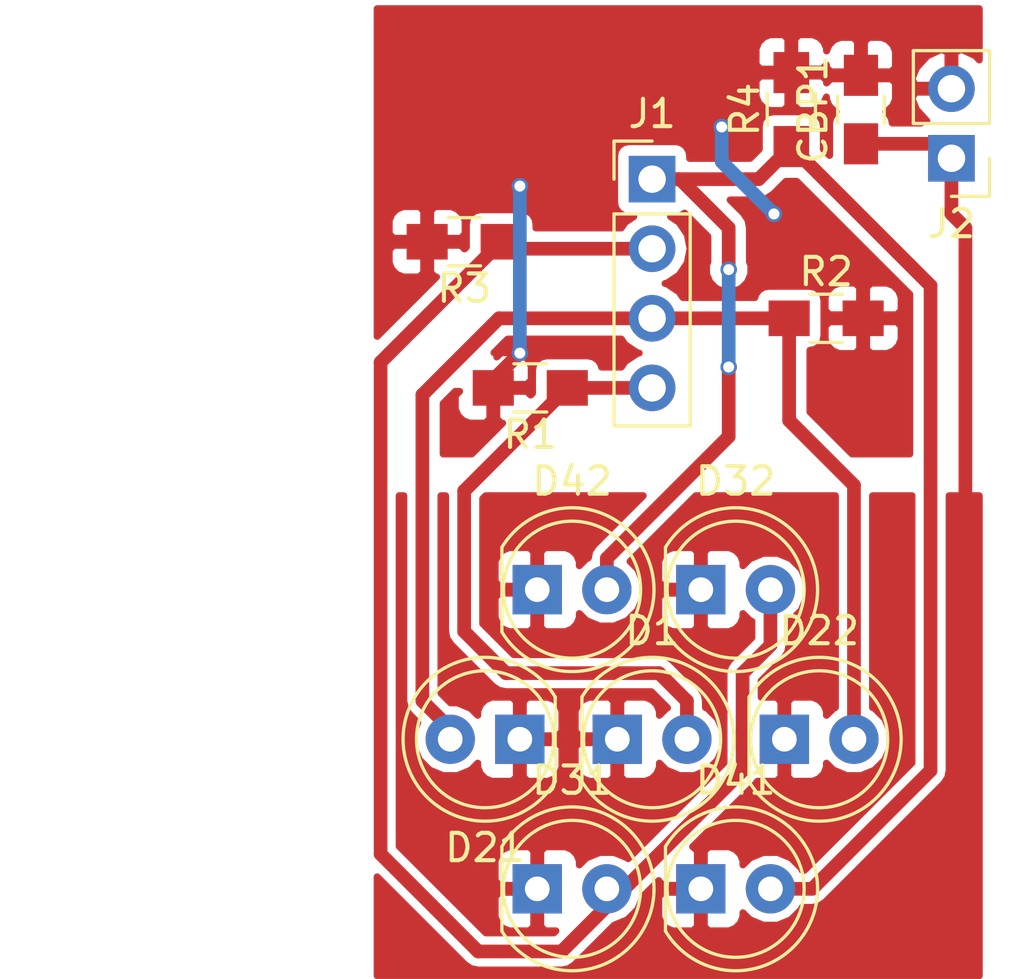
<source format=kicad_pcb>
(kicad_pcb (version 4) (host pcbnew 4.0.5)

  (general
    (links 24)
    (no_connects 0)
    (area 147.480952 96.103 185.219619 132.353001)
    (thickness 1.6)
    (drawings 0)
    (tracks 67)
    (zones 0)
    (modules 14)
    (nets 7)
  )

  (page A4 portrait)
  (title_block
    (date 2017-03-13)
    (rev 1)
  )

  (layers
    (0 F.Cu signal)
    (31 B.Cu signal)
    (32 B.Adhes user hide)
    (33 F.Adhes user hide)
    (34 B.Paste user hide)
    (35 F.Paste user hide)
    (36 B.SilkS user hide)
    (37 F.SilkS user hide)
    (38 B.Mask user hide)
    (39 F.Mask user hide)
    (40 Dwgs.User user hide)
    (41 Cmts.User user hide)
    (42 Eco1.User user hide)
    (43 Eco2.User user hide)
    (44 Edge.Cuts user hide)
    (45 Margin user hide)
    (46 B.CrtYd user hide)
    (47 F.CrtYd user hide)
    (48 B.Fab user)
    (49 F.Fab user)
  )

  (setup
    (last_trace_width 0.5)
    (trace_clearance 0.3)
    (zone_clearance 0.381)
    (zone_45_only no)
    (trace_min 0.4)
    (segment_width 0.2)
    (edge_width 0.15)
    (via_size 0.6)
    (via_drill 0.4)
    (via_min_size 0.4)
    (via_min_drill 0.3)
    (uvia_size 0.3)
    (uvia_drill 0.1)
    (uvias_allowed no)
    (uvia_min_size 0.2)
    (uvia_min_drill 0.1)
    (pcb_text_width 0.3)
    (pcb_text_size 1.5 1.5)
    (mod_edge_width 0.15)
    (mod_text_size 1 1)
    (mod_text_width 0.15)
    (pad_size 1.524 1.524)
    (pad_drill 0.762)
    (pad_to_mask_clearance 0.2)
    (aux_axis_origin 0 0)
    (visible_elements 7FFFFFFF)
    (pcbplotparams
      (layerselection 0x00030_80000001)
      (usegerberextensions false)
      (excludeedgelayer true)
      (linewidth 0.100000)
      (plotframeref false)
      (viasonmask false)
      (mode 1)
      (useauxorigin false)
      (hpglpennumber 1)
      (hpglpenspeed 20)
      (hpglpendiameter 15)
      (hpglpenoverlay 2)
      (psnegative false)
      (psa4output false)
      (plotreference true)
      (plotvalue true)
      (plotinvisibletext false)
      (padsonsilk false)
      (subtractmaskfromsilk false)
      (outputformat 1)
      (mirror false)
      (drillshape 1)
      (scaleselection 1)
      (outputdirectory ""))
  )

  (net 0 "")
  (net 1 +5V)
  (net 2 GND)
  (net 3 "Net-(D1-Pad2)")
  (net 4 "Net-(D21-Pad2)")
  (net 5 "Net-(D31-Pad2)")
  (net 6 "Net-(D41-Pad2)")

  (net_class Default "This is the default net class."
    (clearance 0.3)
    (trace_width 0.5)
    (via_dia 0.6)
    (via_drill 0.4)
    (uvia_dia 0.3)
    (uvia_drill 0.1)
    (add_net +5V)
    (add_net GND)
    (add_net "Net-(D1-Pad2)")
    (add_net "Net-(D21-Pad2)")
    (add_net "Net-(D31-Pad2)")
    (add_net "Net-(D41-Pad2)")
  )

  (module Capacitors_SMD:C_0805_HandSoldering (layer F.Cu) (tedit 58AA84A8) (tstamp 58B6FE3D)
    (at 179.07 100.33 90)
    (descr "Capacitor SMD 0805, hand soldering")
    (tags "capacitor 0805")
    (path /58B4539C)
    (attr smd)
    (fp_text reference CBP1 (at 0 -1.75 90) (layer F.SilkS)
      (effects (font (size 1 1) (thickness 0.15)))
    )
    (fp_text value C (at 0 1.75 90) (layer F.Fab)
      (effects (font (size 1 1) (thickness 0.15)))
    )
    (fp_text user %R (at 0 -1.75 90) (layer F.Fab)
      (effects (font (size 1 1) (thickness 0.15)))
    )
    (fp_line (start -1 0.62) (end -1 -0.62) (layer F.Fab) (width 0.1))
    (fp_line (start 1 0.62) (end -1 0.62) (layer F.Fab) (width 0.1))
    (fp_line (start 1 -0.62) (end 1 0.62) (layer F.Fab) (width 0.1))
    (fp_line (start -1 -0.62) (end 1 -0.62) (layer F.Fab) (width 0.1))
    (fp_line (start 0.5 -0.85) (end -0.5 -0.85) (layer F.SilkS) (width 0.12))
    (fp_line (start -0.5 0.85) (end 0.5 0.85) (layer F.SilkS) (width 0.12))
    (fp_line (start -2.25 -0.88) (end 2.25 -0.88) (layer F.CrtYd) (width 0.05))
    (fp_line (start -2.25 -0.88) (end -2.25 0.87) (layer F.CrtYd) (width 0.05))
    (fp_line (start 2.25 0.87) (end 2.25 -0.88) (layer F.CrtYd) (width 0.05))
    (fp_line (start 2.25 0.87) (end -2.25 0.87) (layer F.CrtYd) (width 0.05))
    (pad 1 smd rect (at -1.25 0 90) (size 1.5 1.25) (layers F.Cu F.Paste F.Mask)
      (net 1 +5V))
    (pad 2 smd rect (at 1.25 0 90) (size 1.5 1.25) (layers F.Cu F.Paste F.Mask)
      (net 2 GND))
    (model Capacitors_SMD.3dshapes/C_0805.wrl
      (at (xyz 0 0 0))
      (scale (xyz 1 1 1))
      (rotate (xyz 0 0 0))
    )
  )

  (module LEDs:LED_D5.0mm (layer F.Cu) (tedit 58BD887B) (tstamp 58B6FE43)
    (at 170.18 123.317)
    (descr "LED, diameter 5.0mm, 2 pins, http://cdn-reichelt.de/documents/datenblatt/A500/LL-504BC2E-009.pdf")
    (tags "LED diameter 5.0mm 2 pins")
    (path /58B445B6)
    (fp_text reference D1 (at 1.27 -3.96) (layer F.SilkS)
      (effects (font (size 1 1) (thickness 0.15)))
    )
    (fp_text value D_Photo_ALT (at -17.78 -4.953) (layer F.Fab)
      (effects (font (size 1 1) (thickness 0.15)))
    )
    (fp_arc (start 1.27 0) (end -1.23 -1.469694) (angle 299.1) (layer F.Fab) (width 0.1))
    (fp_arc (start 1.27 0) (end -1.29 -1.54483) (angle 148.9) (layer F.SilkS) (width 0.12))
    (fp_arc (start 1.27 0) (end -1.29 1.54483) (angle -148.9) (layer F.SilkS) (width 0.12))
    (fp_circle (center 1.27 0) (end 3.77 0) (layer F.Fab) (width 0.1))
    (fp_circle (center 1.27 0) (end 3.77 0) (layer F.SilkS) (width 0.12))
    (fp_line (start -1.23 -1.469694) (end -1.23 1.469694) (layer F.Fab) (width 0.1))
    (fp_line (start -1.29 -1.545) (end -1.29 1.545) (layer F.SilkS) (width 0.12))
    (fp_line (start -1.95 -3.25) (end -1.95 3.25) (layer F.CrtYd) (width 0.05))
    (fp_line (start -1.95 3.25) (end 4.5 3.25) (layer F.CrtYd) (width 0.05))
    (fp_line (start 4.5 3.25) (end 4.5 -3.25) (layer F.CrtYd) (width 0.05))
    (fp_line (start 4.5 -3.25) (end -1.95 -3.25) (layer F.CrtYd) (width 0.05))
    (pad 1 thru_hole rect (at 0 0) (size 1.8 1.8) (drill 0.9) (layers *.Cu *.Mask)
      (net 1 +5V))
    (pad 2 thru_hole circle (at 2.54 0) (size 1.8 1.8) (drill 0.9) (layers *.Cu *.Mask)
      (net 3 "Net-(D1-Pad2)"))
    (model LEDs.3dshapes/LED_D5.0mm.wrl
      (at (xyz 0 0 0))
      (scale (xyz 0.393701 0.393701 0.393701))
      (rotate (xyz 0 0 0))
    )
  )

  (module LEDs:LED_D5.0mm (layer F.Cu) (tedit 58BD886E) (tstamp 58B6FE49)
    (at 166.624 123.317 180)
    (descr "LED, diameter 5.0mm, 2 pins, http://cdn-reichelt.de/documents/datenblatt/A500/LL-504BC2E-009.pdf")
    (tags "LED diameter 5.0mm 2 pins")
    (path /58B42C16)
    (fp_text reference D21 (at 1.27 -3.96 180) (layer F.SilkS)
      (effects (font (size 1 1) (thickness 0.15)))
    )
    (fp_text value D_Photo_ALT (at 14.224 10.541 180) (layer F.Fab)
      (effects (font (size 1 1) (thickness 0.15)))
    )
    (fp_arc (start 1.27 0) (end -1.23 -1.469694) (angle 299.1) (layer F.Fab) (width 0.1))
    (fp_arc (start 1.27 0) (end -1.29 -1.54483) (angle 148.9) (layer F.SilkS) (width 0.12))
    (fp_arc (start 1.27 0) (end -1.29 1.54483) (angle -148.9) (layer F.SilkS) (width 0.12))
    (fp_circle (center 1.27 0) (end 3.77 0) (layer F.Fab) (width 0.1))
    (fp_circle (center 1.27 0) (end 3.77 0) (layer F.SilkS) (width 0.12))
    (fp_line (start -1.23 -1.469694) (end -1.23 1.469694) (layer F.Fab) (width 0.1))
    (fp_line (start -1.29 -1.545) (end -1.29 1.545) (layer F.SilkS) (width 0.12))
    (fp_line (start -1.95 -3.25) (end -1.95 3.25) (layer F.CrtYd) (width 0.05))
    (fp_line (start -1.95 3.25) (end 4.5 3.25) (layer F.CrtYd) (width 0.05))
    (fp_line (start 4.5 3.25) (end 4.5 -3.25) (layer F.CrtYd) (width 0.05))
    (fp_line (start 4.5 -3.25) (end -1.95 -3.25) (layer F.CrtYd) (width 0.05))
    (pad 1 thru_hole rect (at 0 0 180) (size 1.8 1.8) (drill 0.9) (layers *.Cu *.Mask)
      (net 1 +5V))
    (pad 2 thru_hole circle (at 2.54 0 180) (size 1.8 1.8) (drill 0.9) (layers *.Cu *.Mask)
      (net 4 "Net-(D21-Pad2)"))
    (model LEDs.3dshapes/LED_D5.0mm.wrl
      (at (xyz 0 0 0))
      (scale (xyz 0.393701 0.393701 0.393701))
      (rotate (xyz 0 0 0))
    )
  )

  (module LEDs:LED_D5.0mm (layer F.Cu) (tedit 58BD887F) (tstamp 58B6FE4F)
    (at 176.276 123.317)
    (descr "LED, diameter 5.0mm, 2 pins, http://cdn-reichelt.de/documents/datenblatt/A500/LL-504BC2E-009.pdf")
    (tags "LED diameter 5.0mm 2 pins")
    (path /58B42DF8)
    (fp_text reference D22 (at 1.27 -3.96) (layer F.SilkS)
      (effects (font (size 1 1) (thickness 0.15)))
    )
    (fp_text value D_Photo_ALT (at -23.876 -2.921) (layer F.Fab)
      (effects (font (size 1 1) (thickness 0.15)))
    )
    (fp_arc (start 1.27 0) (end -1.23 -1.469694) (angle 299.1) (layer F.Fab) (width 0.1))
    (fp_arc (start 1.27 0) (end -1.29 -1.54483) (angle 148.9) (layer F.SilkS) (width 0.12))
    (fp_arc (start 1.27 0) (end -1.29 1.54483) (angle -148.9) (layer F.SilkS) (width 0.12))
    (fp_circle (center 1.27 0) (end 3.77 0) (layer F.Fab) (width 0.1))
    (fp_circle (center 1.27 0) (end 3.77 0) (layer F.SilkS) (width 0.12))
    (fp_line (start -1.23 -1.469694) (end -1.23 1.469694) (layer F.Fab) (width 0.1))
    (fp_line (start -1.29 -1.545) (end -1.29 1.545) (layer F.SilkS) (width 0.12))
    (fp_line (start -1.95 -3.25) (end -1.95 3.25) (layer F.CrtYd) (width 0.05))
    (fp_line (start -1.95 3.25) (end 4.5 3.25) (layer F.CrtYd) (width 0.05))
    (fp_line (start 4.5 3.25) (end 4.5 -3.25) (layer F.CrtYd) (width 0.05))
    (fp_line (start 4.5 -3.25) (end -1.95 -3.25) (layer F.CrtYd) (width 0.05))
    (pad 1 thru_hole rect (at 0 0) (size 1.8 1.8) (drill 0.9) (layers *.Cu *.Mask)
      (net 1 +5V))
    (pad 2 thru_hole circle (at 2.54 0) (size 1.8 1.8) (drill 0.9) (layers *.Cu *.Mask)
      (net 4 "Net-(D21-Pad2)"))
    (model LEDs.3dshapes/LED_D5.0mm.wrl
      (at (xyz 0 0 0))
      (scale (xyz 0.393701 0.393701 0.393701))
      (rotate (xyz 0 0 0))
    )
  )

  (module LEDs:LED_D5.0mm (layer F.Cu) (tedit 58BD8884) (tstamp 58B6FE55)
    (at 167.259 128.778)
    (descr "LED, diameter 5.0mm, 2 pins, http://cdn-reichelt.de/documents/datenblatt/A500/LL-504BC2E-009.pdf")
    (tags "LED diameter 5.0mm 2 pins")
    (path /58B44237)
    (fp_text reference D31 (at 1.27 -3.96) (layer F.SilkS)
      (effects (font (size 1 1) (thickness 0.15)))
    )
    (fp_text value D_Photo_ALT (at -14.859 -6.858) (layer F.Fab)
      (effects (font (size 1 1) (thickness 0.15)))
    )
    (fp_arc (start 1.27 0) (end -1.23 -1.469694) (angle 299.1) (layer F.Fab) (width 0.1))
    (fp_arc (start 1.27 0) (end -1.29 -1.54483) (angle 148.9) (layer F.SilkS) (width 0.12))
    (fp_arc (start 1.27 0) (end -1.29 1.54483) (angle -148.9) (layer F.SilkS) (width 0.12))
    (fp_circle (center 1.27 0) (end 3.77 0) (layer F.Fab) (width 0.1))
    (fp_circle (center 1.27 0) (end 3.77 0) (layer F.SilkS) (width 0.12))
    (fp_line (start -1.23 -1.469694) (end -1.23 1.469694) (layer F.Fab) (width 0.1))
    (fp_line (start -1.29 -1.545) (end -1.29 1.545) (layer F.SilkS) (width 0.12))
    (fp_line (start -1.95 -3.25) (end -1.95 3.25) (layer F.CrtYd) (width 0.05))
    (fp_line (start -1.95 3.25) (end 4.5 3.25) (layer F.CrtYd) (width 0.05))
    (fp_line (start 4.5 3.25) (end 4.5 -3.25) (layer F.CrtYd) (width 0.05))
    (fp_line (start 4.5 -3.25) (end -1.95 -3.25) (layer F.CrtYd) (width 0.05))
    (pad 1 thru_hole rect (at 0 0) (size 1.8 1.8) (drill 0.9) (layers *.Cu *.Mask)
      (net 1 +5V))
    (pad 2 thru_hole circle (at 2.54 0) (size 1.8 1.8) (drill 0.9) (layers *.Cu *.Mask)
      (net 5 "Net-(D31-Pad2)"))
    (model LEDs.3dshapes/LED_D5.0mm.wrl
      (at (xyz 0 0 0))
      (scale (xyz 0.393701 0.393701 0.393701))
      (rotate (xyz 0 0 0))
    )
  )

  (module LEDs:LED_D5.0mm (layer F.Cu) (tedit 58BD8877) (tstamp 58B6FE5B)
    (at 173.228 117.856)
    (descr "LED, diameter 5.0mm, 2 pins, http://cdn-reichelt.de/documents/datenblatt/A500/LL-504BC2E-009.pdf")
    (tags "LED diameter 5.0mm 2 pins")
    (path /58B4423E)
    (fp_text reference D32 (at 1.27 -3.96) (layer F.SilkS)
      (effects (font (size 1 1) (thickness 0.15)))
    )
    (fp_text value D_Photo_ALT (at -20.828 -1.524) (layer F.Fab)
      (effects (font (size 1 1) (thickness 0.15)))
    )
    (fp_arc (start 1.27 0) (end -1.23 -1.469694) (angle 299.1) (layer F.Fab) (width 0.1))
    (fp_arc (start 1.27 0) (end -1.29 -1.54483) (angle 148.9) (layer F.SilkS) (width 0.12))
    (fp_arc (start 1.27 0) (end -1.29 1.54483) (angle -148.9) (layer F.SilkS) (width 0.12))
    (fp_circle (center 1.27 0) (end 3.77 0) (layer F.Fab) (width 0.1))
    (fp_circle (center 1.27 0) (end 3.77 0) (layer F.SilkS) (width 0.12))
    (fp_line (start -1.23 -1.469694) (end -1.23 1.469694) (layer F.Fab) (width 0.1))
    (fp_line (start -1.29 -1.545) (end -1.29 1.545) (layer F.SilkS) (width 0.12))
    (fp_line (start -1.95 -3.25) (end -1.95 3.25) (layer F.CrtYd) (width 0.05))
    (fp_line (start -1.95 3.25) (end 4.5 3.25) (layer F.CrtYd) (width 0.05))
    (fp_line (start 4.5 3.25) (end 4.5 -3.25) (layer F.CrtYd) (width 0.05))
    (fp_line (start 4.5 -3.25) (end -1.95 -3.25) (layer F.CrtYd) (width 0.05))
    (pad 1 thru_hole rect (at 0 0) (size 1.8 1.8) (drill 0.9) (layers *.Cu *.Mask)
      (net 1 +5V))
    (pad 2 thru_hole circle (at 2.54 0) (size 1.8 1.8) (drill 0.9) (layers *.Cu *.Mask)
      (net 5 "Net-(D31-Pad2)"))
    (model LEDs.3dshapes/LED_D5.0mm.wrl
      (at (xyz 0 0 0))
      (scale (xyz 0.393701 0.393701 0.393701))
      (rotate (xyz 0 0 0))
    )
  )

  (module LEDs:LED_D5.0mm (layer F.Cu) (tedit 58BD8887) (tstamp 58B6FE61)
    (at 173.228 128.778)
    (descr "LED, diameter 5.0mm, 2 pins, http://cdn-reichelt.de/documents/datenblatt/A500/LL-504BC2E-009.pdf")
    (tags "LED diameter 5.0mm 2 pins")
    (path /58B44354)
    (fp_text reference D41 (at 1.27 -3.96) (layer F.SilkS)
      (effects (font (size 1 1) (thickness 0.15)))
    )
    (fp_text value D_Photo_ALT (at -20.828 -5.334) (layer F.Fab)
      (effects (font (size 1 1) (thickness 0.15)))
    )
    (fp_arc (start 1.27 0) (end -1.23 -1.469694) (angle 299.1) (layer F.Fab) (width 0.1))
    (fp_arc (start 1.27 0) (end -1.29 -1.54483) (angle 148.9) (layer F.SilkS) (width 0.12))
    (fp_arc (start 1.27 0) (end -1.29 1.54483) (angle -148.9) (layer F.SilkS) (width 0.12))
    (fp_circle (center 1.27 0) (end 3.77 0) (layer F.Fab) (width 0.1))
    (fp_circle (center 1.27 0) (end 3.77 0) (layer F.SilkS) (width 0.12))
    (fp_line (start -1.23 -1.469694) (end -1.23 1.469694) (layer F.Fab) (width 0.1))
    (fp_line (start -1.29 -1.545) (end -1.29 1.545) (layer F.SilkS) (width 0.12))
    (fp_line (start -1.95 -3.25) (end -1.95 3.25) (layer F.CrtYd) (width 0.05))
    (fp_line (start -1.95 3.25) (end 4.5 3.25) (layer F.CrtYd) (width 0.05))
    (fp_line (start 4.5 3.25) (end 4.5 -3.25) (layer F.CrtYd) (width 0.05))
    (fp_line (start 4.5 -3.25) (end -1.95 -3.25) (layer F.CrtYd) (width 0.05))
    (pad 1 thru_hole rect (at 0 0) (size 1.8 1.8) (drill 0.9) (layers *.Cu *.Mask)
      (net 1 +5V))
    (pad 2 thru_hole circle (at 2.54 0) (size 1.8 1.8) (drill 0.9) (layers *.Cu *.Mask)
      (net 6 "Net-(D41-Pad2)"))
    (model LEDs.3dshapes/LED_D5.0mm.wrl
      (at (xyz 0 0 0))
      (scale (xyz 0.393701 0.393701 0.393701))
      (rotate (xyz 0 0 0))
    )
  )

  (module LEDs:LED_D5.0mm (layer F.Cu) (tedit 58BD8873) (tstamp 58B6FE67)
    (at 167.259 117.856)
    (descr "LED, diameter 5.0mm, 2 pins, http://cdn-reichelt.de/documents/datenblatt/A500/LL-504BC2E-009.pdf")
    (tags "LED diameter 5.0mm 2 pins")
    (path /58B4435B)
    (fp_text reference D42 (at 1.27 -3.96) (layer F.SilkS)
      (effects (font (size 1 1) (thickness 0.15)))
    )
    (fp_text value D_Photo_ALT (at -14.859 -3.048) (layer F.Fab)
      (effects (font (size 1 1) (thickness 0.15)))
    )
    (fp_arc (start 1.27 0) (end -1.23 -1.469694) (angle 299.1) (layer F.Fab) (width 0.1))
    (fp_arc (start 1.27 0) (end -1.29 -1.54483) (angle 148.9) (layer F.SilkS) (width 0.12))
    (fp_arc (start 1.27 0) (end -1.29 1.54483) (angle -148.9) (layer F.SilkS) (width 0.12))
    (fp_circle (center 1.27 0) (end 3.77 0) (layer F.Fab) (width 0.1))
    (fp_circle (center 1.27 0) (end 3.77 0) (layer F.SilkS) (width 0.12))
    (fp_line (start -1.23 -1.469694) (end -1.23 1.469694) (layer F.Fab) (width 0.1))
    (fp_line (start -1.29 -1.545) (end -1.29 1.545) (layer F.SilkS) (width 0.12))
    (fp_line (start -1.95 -3.25) (end -1.95 3.25) (layer F.CrtYd) (width 0.05))
    (fp_line (start -1.95 3.25) (end 4.5 3.25) (layer F.CrtYd) (width 0.05))
    (fp_line (start 4.5 3.25) (end 4.5 -3.25) (layer F.CrtYd) (width 0.05))
    (fp_line (start 4.5 -3.25) (end -1.95 -3.25) (layer F.CrtYd) (width 0.05))
    (pad 1 thru_hole rect (at 0 0) (size 1.8 1.8) (drill 0.9) (layers *.Cu *.Mask)
      (net 1 +5V))
    (pad 2 thru_hole circle (at 2.54 0) (size 1.8 1.8) (drill 0.9) (layers *.Cu *.Mask)
      (net 6 "Net-(D41-Pad2)"))
    (model LEDs.3dshapes/LED_D5.0mm.wrl
      (at (xyz 0 0 0))
      (scale (xyz 0.393701 0.393701 0.393701))
      (rotate (xyz 0 0 0))
    )
  )

  (module Pin_Headers:Pin_Header_Straight_1x04_Pitch2.54mm (layer F.Cu) (tedit 5862ED52) (tstamp 58B6FE6F)
    (at 171.45 102.87)
    (descr "Through hole straight pin header, 1x04, 2.54mm pitch, single row")
    (tags "Through hole pin header THT 1x04 2.54mm single row")
    (path /58B43E96)
    (fp_text reference J1 (at 0 -2.39) (layer F.SilkS)
      (effects (font (size 1 1) (thickness 0.15)))
    )
    (fp_text value SIGNAL (at 0 10.01) (layer F.Fab)
      (effects (font (size 1 1) (thickness 0.15)))
    )
    (fp_line (start -1.27 -1.27) (end -1.27 8.89) (layer F.Fab) (width 0.1))
    (fp_line (start -1.27 8.89) (end 1.27 8.89) (layer F.Fab) (width 0.1))
    (fp_line (start 1.27 8.89) (end 1.27 -1.27) (layer F.Fab) (width 0.1))
    (fp_line (start 1.27 -1.27) (end -1.27 -1.27) (layer F.Fab) (width 0.1))
    (fp_line (start -1.39 1.27) (end -1.39 9.01) (layer F.SilkS) (width 0.12))
    (fp_line (start -1.39 9.01) (end 1.39 9.01) (layer F.SilkS) (width 0.12))
    (fp_line (start 1.39 9.01) (end 1.39 1.27) (layer F.SilkS) (width 0.12))
    (fp_line (start 1.39 1.27) (end -1.39 1.27) (layer F.SilkS) (width 0.12))
    (fp_line (start -1.39 0) (end -1.39 -1.39) (layer F.SilkS) (width 0.12))
    (fp_line (start -1.39 -1.39) (end 0 -1.39) (layer F.SilkS) (width 0.12))
    (fp_line (start -1.6 -1.6) (end -1.6 9.2) (layer F.CrtYd) (width 0.05))
    (fp_line (start -1.6 9.2) (end 1.6 9.2) (layer F.CrtYd) (width 0.05))
    (fp_line (start 1.6 9.2) (end 1.6 -1.6) (layer F.CrtYd) (width 0.05))
    (fp_line (start 1.6 -1.6) (end -1.6 -1.6) (layer F.CrtYd) (width 0.05))
    (pad 1 thru_hole rect (at 0 0) (size 1.7 1.7) (drill 1) (layers *.Cu *.Mask)
      (net 6 "Net-(D41-Pad2)"))
    (pad 2 thru_hole oval (at 0 2.54) (size 1.7 1.7) (drill 1) (layers *.Cu *.Mask)
      (net 5 "Net-(D31-Pad2)"))
    (pad 3 thru_hole oval (at 0 5.08) (size 1.7 1.7) (drill 1) (layers *.Cu *.Mask)
      (net 4 "Net-(D21-Pad2)"))
    (pad 4 thru_hole oval (at 0 7.62) (size 1.7 1.7) (drill 1) (layers *.Cu *.Mask)
      (net 3 "Net-(D1-Pad2)"))
    (model Pin_Headers.3dshapes/Pin_Header_Straight_1x04_Pitch2.54mm.wrl
      (at (xyz 0 -0.15 0))
      (scale (xyz 1 1 1))
      (rotate (xyz 0 0 90))
    )
  )

  (module Pin_Headers:Pin_Header_Straight_1x02_Pitch2.54mm (layer F.Cu) (tedit 5862ED52) (tstamp 58B6FE75)
    (at 182.372 102.108 180)
    (descr "Through hole straight pin header, 1x02, 2.54mm pitch, single row")
    (tags "Through hole pin header THT 1x02 2.54mm single row")
    (path /58B43E21)
    (fp_text reference J2 (at 0 -2.39 180) (layer F.SilkS)
      (effects (font (size 1 1) (thickness 0.15)))
    )
    (fp_text value POWER (at 0 4.93 180) (layer F.Fab)
      (effects (font (size 1 1) (thickness 0.15)))
    )
    (fp_line (start -1.27 -1.27) (end -1.27 3.81) (layer F.Fab) (width 0.1))
    (fp_line (start -1.27 3.81) (end 1.27 3.81) (layer F.Fab) (width 0.1))
    (fp_line (start 1.27 3.81) (end 1.27 -1.27) (layer F.Fab) (width 0.1))
    (fp_line (start 1.27 -1.27) (end -1.27 -1.27) (layer F.Fab) (width 0.1))
    (fp_line (start -1.39 1.27) (end -1.39 3.93) (layer F.SilkS) (width 0.12))
    (fp_line (start -1.39 3.93) (end 1.39 3.93) (layer F.SilkS) (width 0.12))
    (fp_line (start 1.39 3.93) (end 1.39 1.27) (layer F.SilkS) (width 0.12))
    (fp_line (start 1.39 1.27) (end -1.39 1.27) (layer F.SilkS) (width 0.12))
    (fp_line (start -1.39 0) (end -1.39 -1.39) (layer F.SilkS) (width 0.12))
    (fp_line (start -1.39 -1.39) (end 0 -1.39) (layer F.SilkS) (width 0.12))
    (fp_line (start -1.6 -1.6) (end -1.6 4.1) (layer F.CrtYd) (width 0.05))
    (fp_line (start -1.6 4.1) (end 1.6 4.1) (layer F.CrtYd) (width 0.05))
    (fp_line (start 1.6 4.1) (end 1.6 -1.6) (layer F.CrtYd) (width 0.05))
    (fp_line (start 1.6 -1.6) (end -1.6 -1.6) (layer F.CrtYd) (width 0.05))
    (pad 1 thru_hole rect (at 0 0 180) (size 1.7 1.7) (drill 1) (layers *.Cu *.Mask)
      (net 1 +5V))
    (pad 2 thru_hole oval (at 0 2.54 180) (size 1.7 1.7) (drill 1) (layers *.Cu *.Mask)
      (net 2 GND))
    (model Pin_Headers.3dshapes/Pin_Header_Straight_1x02_Pitch2.54mm.wrl
      (at (xyz 0 -0.05 0))
      (scale (xyz 1 1 1))
      (rotate (xyz 0 0 90))
    )
  )

  (module Resistors_SMD:R_0805_HandSoldering (layer F.Cu) (tedit 58AADA1D) (tstamp 58B6FE7B)
    (at 167.005 110.49 180)
    (descr "Resistor SMD 0805, hand soldering")
    (tags "resistor 0805")
    (path /58B445C8)
    (attr smd)
    (fp_text reference R1 (at 0 -1.7 180) (layer F.SilkS)
      (effects (font (size 1 1) (thickness 0.15)))
    )
    (fp_text value R (at 0 1.75 180) (layer F.Fab)
      (effects (font (size 1 1) (thickness 0.15)))
    )
    (fp_text user %R (at 0 -1.7 180) (layer F.Fab)
      (effects (font (size 1 1) (thickness 0.15)))
    )
    (fp_line (start -1 0.62) (end -1 -0.62) (layer F.Fab) (width 0.1))
    (fp_line (start 1 0.62) (end -1 0.62) (layer F.Fab) (width 0.1))
    (fp_line (start 1 -0.62) (end 1 0.62) (layer F.Fab) (width 0.1))
    (fp_line (start -1 -0.62) (end 1 -0.62) (layer F.Fab) (width 0.1))
    (fp_line (start 0.6 0.88) (end -0.6 0.88) (layer F.SilkS) (width 0.12))
    (fp_line (start -0.6 -0.88) (end 0.6 -0.88) (layer F.SilkS) (width 0.12))
    (fp_line (start -2.35 -0.9) (end 2.35 -0.9) (layer F.CrtYd) (width 0.05))
    (fp_line (start -2.35 -0.9) (end -2.35 0.9) (layer F.CrtYd) (width 0.05))
    (fp_line (start 2.35 0.9) (end 2.35 -0.9) (layer F.CrtYd) (width 0.05))
    (fp_line (start 2.35 0.9) (end -2.35 0.9) (layer F.CrtYd) (width 0.05))
    (pad 1 smd rect (at -1.35 0 180) (size 1.5 1.3) (layers F.Cu F.Paste F.Mask)
      (net 3 "Net-(D1-Pad2)"))
    (pad 2 smd rect (at 1.35 0 180) (size 1.5 1.3) (layers F.Cu F.Paste F.Mask)
      (net 2 GND))
    (model Resistors_SMD.3dshapes/R_0805.wrl
      (at (xyz 0 0 0))
      (scale (xyz 1 1 1))
      (rotate (xyz 0 0 0))
    )
  )

  (module Resistors_SMD:R_0805_HandSoldering (layer F.Cu) (tedit 58AADA1D) (tstamp 58B6FE81)
    (at 177.8 107.95)
    (descr "Resistor SMD 0805, hand soldering")
    (tags "resistor 0805")
    (path /58B43507)
    (attr smd)
    (fp_text reference R2 (at 0 -1.7) (layer F.SilkS)
      (effects (font (size 1 1) (thickness 0.15)))
    )
    (fp_text value R (at 0 1.75) (layer F.Fab)
      (effects (font (size 1 1) (thickness 0.15)))
    )
    (fp_text user %R (at 0 -1.7) (layer F.Fab)
      (effects (font (size 1 1) (thickness 0.15)))
    )
    (fp_line (start -1 0.62) (end -1 -0.62) (layer F.Fab) (width 0.1))
    (fp_line (start 1 0.62) (end -1 0.62) (layer F.Fab) (width 0.1))
    (fp_line (start 1 -0.62) (end 1 0.62) (layer F.Fab) (width 0.1))
    (fp_line (start -1 -0.62) (end 1 -0.62) (layer F.Fab) (width 0.1))
    (fp_line (start 0.6 0.88) (end -0.6 0.88) (layer F.SilkS) (width 0.12))
    (fp_line (start -0.6 -0.88) (end 0.6 -0.88) (layer F.SilkS) (width 0.12))
    (fp_line (start -2.35 -0.9) (end 2.35 -0.9) (layer F.CrtYd) (width 0.05))
    (fp_line (start -2.35 -0.9) (end -2.35 0.9) (layer F.CrtYd) (width 0.05))
    (fp_line (start 2.35 0.9) (end 2.35 -0.9) (layer F.CrtYd) (width 0.05))
    (fp_line (start 2.35 0.9) (end -2.35 0.9) (layer F.CrtYd) (width 0.05))
    (pad 1 smd rect (at -1.35 0) (size 1.5 1.3) (layers F.Cu F.Paste F.Mask)
      (net 4 "Net-(D21-Pad2)"))
    (pad 2 smd rect (at 1.35 0) (size 1.5 1.3) (layers F.Cu F.Paste F.Mask)
      (net 2 GND))
    (model Resistors_SMD.3dshapes/R_0805.wrl
      (at (xyz 0 0 0))
      (scale (xyz 1 1 1))
      (rotate (xyz 0 0 0))
    )
  )

  (module Resistors_SMD:R_0805_HandSoldering (layer F.Cu) (tedit 58AADA1D) (tstamp 58B6FE87)
    (at 164.592 105.156 180)
    (descr "Resistor SMD 0805, hand soldering")
    (tags "resistor 0805")
    (path /58B44249)
    (attr smd)
    (fp_text reference R3 (at 0 -1.7 180) (layer F.SilkS)
      (effects (font (size 1 1) (thickness 0.15)))
    )
    (fp_text value R (at 0 1.75 180) (layer F.Fab)
      (effects (font (size 1 1) (thickness 0.15)))
    )
    (fp_text user %R (at 0 -1.7 180) (layer F.Fab)
      (effects (font (size 1 1) (thickness 0.15)))
    )
    (fp_line (start -1 0.62) (end -1 -0.62) (layer F.Fab) (width 0.1))
    (fp_line (start 1 0.62) (end -1 0.62) (layer F.Fab) (width 0.1))
    (fp_line (start 1 -0.62) (end 1 0.62) (layer F.Fab) (width 0.1))
    (fp_line (start -1 -0.62) (end 1 -0.62) (layer F.Fab) (width 0.1))
    (fp_line (start 0.6 0.88) (end -0.6 0.88) (layer F.SilkS) (width 0.12))
    (fp_line (start -0.6 -0.88) (end 0.6 -0.88) (layer F.SilkS) (width 0.12))
    (fp_line (start -2.35 -0.9) (end 2.35 -0.9) (layer F.CrtYd) (width 0.05))
    (fp_line (start -2.35 -0.9) (end -2.35 0.9) (layer F.CrtYd) (width 0.05))
    (fp_line (start 2.35 0.9) (end 2.35 -0.9) (layer F.CrtYd) (width 0.05))
    (fp_line (start 2.35 0.9) (end -2.35 0.9) (layer F.CrtYd) (width 0.05))
    (pad 1 smd rect (at -1.35 0 180) (size 1.5 1.3) (layers F.Cu F.Paste F.Mask)
      (net 5 "Net-(D31-Pad2)"))
    (pad 2 smd rect (at 1.35 0 180) (size 1.5 1.3) (layers F.Cu F.Paste F.Mask)
      (net 2 GND))
    (model Resistors_SMD.3dshapes/R_0805.wrl
      (at (xyz 0 0 0))
      (scale (xyz 1 1 1))
      (rotate (xyz 0 0 0))
    )
  )

  (module Resistors_SMD:R_0805_HandSoldering (layer F.Cu) (tedit 58AADA1D) (tstamp 58B6FE8D)
    (at 176.53 100.33 90)
    (descr "Resistor SMD 0805, hand soldering")
    (tags "resistor 0805")
    (path /58B44366)
    (attr smd)
    (fp_text reference R4 (at 0 -1.7 90) (layer F.SilkS)
      (effects (font (size 1 1) (thickness 0.15)))
    )
    (fp_text value R (at 0 1.75 90) (layer F.Fab)
      (effects (font (size 1 1) (thickness 0.15)))
    )
    (fp_text user %R (at 0 -1.7 90) (layer F.Fab)
      (effects (font (size 1 1) (thickness 0.15)))
    )
    (fp_line (start -1 0.62) (end -1 -0.62) (layer F.Fab) (width 0.1))
    (fp_line (start 1 0.62) (end -1 0.62) (layer F.Fab) (width 0.1))
    (fp_line (start 1 -0.62) (end 1 0.62) (layer F.Fab) (width 0.1))
    (fp_line (start -1 -0.62) (end 1 -0.62) (layer F.Fab) (width 0.1))
    (fp_line (start 0.6 0.88) (end -0.6 0.88) (layer F.SilkS) (width 0.12))
    (fp_line (start -0.6 -0.88) (end 0.6 -0.88) (layer F.SilkS) (width 0.12))
    (fp_line (start -2.35 -0.9) (end 2.35 -0.9) (layer F.CrtYd) (width 0.05))
    (fp_line (start -2.35 -0.9) (end -2.35 0.9) (layer F.CrtYd) (width 0.05))
    (fp_line (start 2.35 0.9) (end 2.35 -0.9) (layer F.CrtYd) (width 0.05))
    (fp_line (start 2.35 0.9) (end -2.35 0.9) (layer F.CrtYd) (width 0.05))
    (pad 1 smd rect (at -1.35 0 90) (size 1.5 1.3) (layers F.Cu F.Paste F.Mask)
      (net 6 "Net-(D41-Pad2)"))
    (pad 2 smd rect (at 1.35 0 90) (size 1.5 1.3) (layers F.Cu F.Paste F.Mask)
      (net 2 GND))
    (model Resistors_SMD.3dshapes/R_0805.wrl
      (at (xyz 0 0 0))
      (scale (xyz 1 1 1))
      (rotate (xyz 0 0 0))
    )
  )

  (segment (start 179.07 101.58) (end 181.844 101.58) (width 0.5) (layer F.Cu) (net 1))
  (segment (start 181.844 101.58) (end 182.372 102.108) (width 0.5) (layer F.Cu) (net 1) (tstamp 58C690BC))
  (segment (start 182.372 102.108) (end 182.372 104.14) (width 0.5) (layer F.Cu) (net 1))
  (segment (start 182.88 104.648) (end 182.88 115.316) (width 0.5) (layer F.Cu) (net 1) (tstamp 58BD8924))
  (segment (start 182.372 104.14) (end 182.88 104.648) (width 0.5) (layer F.Cu) (net 1) (tstamp 58BD8923))
  (segment (start 179.15 107.95) (end 179.15 106.76) (width 0.5) (layer F.Cu) (net 2))
  (segment (start 173.99 100.965) (end 173.99 100.33) (width 0.5) (layer F.Cu) (net 2) (tstamp 58C68FF8))
  (via (at 173.99 100.965) (size 0.6) (drill 0.4) (layers F.Cu B.Cu) (net 2))
  (segment (start 173.99 102.235) (end 173.99 100.965) (width 0.5) (layer B.Cu) (net 2) (tstamp 58C68FF2))
  (segment (start 175.895 104.14) (end 173.99 102.235) (width 0.5) (layer B.Cu) (net 2) (tstamp 58C68FF1))
  (via (at 175.895 104.14) (size 0.6) (drill 0.4) (layers F.Cu B.Cu) (net 2))
  (segment (start 176.53 104.14) (end 175.895 104.14) (width 0.5) (layer F.Cu) (net 2) (tstamp 58C68FE3))
  (segment (start 179.15 106.76) (end 176.53 104.14) (width 0.5) (layer F.Cu) (net 2) (tstamp 58C68FE0))
  (segment (start 165.655 110.49) (end 165.655 110.189) (width 0.5) (layer F.Cu) (net 2))
  (segment (start 165.655 110.189) (end 166.624 109.22) (width 0.5) (layer F.Cu) (net 2) (tstamp 58C6892C))
  (via (at 166.624 109.22) (size 0.6) (drill 0.4) (layers F.Cu B.Cu) (net 2))
  (segment (start 166.624 109.22) (end 166.624 103.124) (width 0.5) (layer B.Cu) (net 2) (tstamp 58C68941))
  (via (at 166.624 103.124) (size 0.6) (drill 0.4) (layers F.Cu B.Cu) (net 2))
  (segment (start 166.624 103.124) (end 163.068 103.124) (width 0.5) (layer F.Cu) (net 2) (tstamp 58C68944))
  (segment (start 163.068 103.124) (end 163.576 102.616) (width 0.5) (layer F.Cu) (net 2) (tstamp 58C68945))
  (segment (start 172.72 123.317) (end 172.72 121.92) (width 0.5) (layer F.Cu) (net 3))
  (segment (start 164.592 114.253) (end 168.355 110.49) (width 0.5) (layer F.Cu) (net 3) (tstamp 58C68A31))
  (segment (start 164.592 119.38) (end 164.592 114.253) (width 0.5) (layer F.Cu) (net 3) (tstamp 58C68A2F))
  (segment (start 166.116 120.904) (end 164.592 119.38) (width 0.5) (layer F.Cu) (net 3) (tstamp 58C68A2E))
  (segment (start 171.704 120.904) (end 166.116 120.904) (width 0.5) (layer F.Cu) (net 3) (tstamp 58C68A2C))
  (segment (start 172.72 121.92) (end 171.704 120.904) (width 0.5) (layer F.Cu) (net 3) (tstamp 58C68A29))
  (segment (start 168.355 110.49) (end 171.45 110.49) (width 0.5) (layer F.Cu) (net 3))
  (segment (start 172.72 123.317) (end 172.72 123.19) (width 0.5) (layer F.Cu) (net 3))
  (segment (start 164.084 123.317) (end 164.084 122.936) (width 0.5) (layer F.Cu) (net 4))
  (segment (start 164.084 122.936) (end 163.068 121.92) (width 0.5) (layer F.Cu) (net 4) (tstamp 58BD88EE))
  (segment (start 163.068 121.92) (end 163.068 110.744) (width 0.5) (layer F.Cu) (net 4) (tstamp 58BD88EF))
  (segment (start 163.068 110.744) (end 165.862 107.95) (width 0.5) (layer F.Cu) (net 4) (tstamp 58BD88F0))
  (segment (start 165.862 107.95) (end 171.45 107.95) (width 0.5) (layer F.Cu) (net 4) (tstamp 58BD88F2))
  (segment (start 176.45 107.95) (end 171.45 107.95) (width 0.5) (layer F.Cu) (net 4))
  (segment (start 176.45 107.95) (end 176.45 111.68) (width 0.5) (layer F.Cu) (net 4))
  (segment (start 178.816 114.046) (end 178.816 123.317) (width 0.5) (layer F.Cu) (net 4) (tstamp 58BD79F5))
  (segment (start 176.45 111.68) (end 178.816 114.046) (width 0.5) (layer F.Cu) (net 4) (tstamp 58BD79F2))
  (segment (start 178.816 123.317) (end 178.943 123.317) (width 0.5) (layer F.Cu) (net 4))
  (segment (start 169.799 128.778) (end 170.434 128.778) (width 0.5) (layer F.Cu) (net 5))
  (segment (start 170.434 128.778) (end 174.752 124.46) (width 0.5) (layer F.Cu) (net 5) (tstamp 58C68B4E))
  (segment (start 175.768 119.888) (end 175.768 117.856) (width 0.5) (layer F.Cu) (net 5) (tstamp 58C68B5B))
  (segment (start 174.752 120.904) (end 175.768 119.888) (width 0.5) (layer F.Cu) (net 5) (tstamp 58C68B5A))
  (segment (start 174.752 124.46) (end 174.752 120.904) (width 0.5) (layer F.Cu) (net 5) (tstamp 58C68B54))
  (segment (start 169.799 128.778) (end 169.799 129.413) (width 0.5) (layer F.Cu) (net 5))
  (segment (start 169.799 129.413) (end 168.148 131.064) (width 0.5) (layer F.Cu) (net 5) (tstamp 58C68B11))
  (segment (start 161.544 109.554) (end 165.942 105.156) (width 0.5) (layer F.Cu) (net 5) (tstamp 58C68B1D))
  (segment (start 161.544 127.508) (end 161.544 109.554) (width 0.5) (layer F.Cu) (net 5) (tstamp 58C68B17))
  (segment (start 165.1 131.064) (end 161.544 127.508) (width 0.5) (layer F.Cu) (net 5) (tstamp 58C68B15))
  (segment (start 168.148 131.064) (end 165.1 131.064) (width 0.5) (layer F.Cu) (net 5) (tstamp 58C68B14))
  (segment (start 171.45 105.41) (end 166.196 105.41) (width 0.5) (layer F.Cu) (net 5))
  (segment (start 166.196 105.41) (end 165.942 105.156) (width 0.5) (layer F.Cu) (net 5) (tstamp 58BD86B5))
  (segment (start 170.307 128.778) (end 169.799 128.778) (width 0.5) (layer F.Cu) (net 5) (tstamp 58BD7A6D))
  (segment (start 171.45 102.87) (end 175.34 102.87) (width 0.5) (layer F.Cu) (net 6))
  (segment (start 175.34 102.87) (end 176.53 101.68) (width 0.5) (layer F.Cu) (net 6) (tstamp 58C690B9))
  (segment (start 175.768 128.778) (end 177.292 128.778) (width 0.5) (layer F.Cu) (net 6))
  (segment (start 177.292 128.778) (end 181.61 124.46) (width 0.5) (layer F.Cu) (net 6) (tstamp 58C68FD4))
  (segment (start 181.61 124.46) (end 181.61 106.76) (width 0.5) (layer F.Cu) (net 6) (tstamp 58C68FD6))
  (segment (start 181.61 106.76) (end 176.53 101.68) (width 0.5) (layer F.Cu) (net 6) (tstamp 58C68FDA))
  (segment (start 169.799 117.856) (end 169.799 116.713) (width 0.5) (layer F.Cu) (net 6))
  (segment (start 172.466 102.87) (end 171.45 102.87) (width 0.5) (layer F.Cu) (net 6) (tstamp 58C688F7))
  (segment (start 174.244 104.648) (end 172.466 102.87) (width 0.5) (layer F.Cu) (net 6) (tstamp 58C688F3))
  (segment (start 174.244 106.172) (end 174.244 104.648) (width 0.5) (layer F.Cu) (net 6) (tstamp 58C688F2))
  (via (at 174.244 106.172) (size 0.6) (drill 0.4) (layers F.Cu B.Cu) (net 6))
  (segment (start 174.244 109.728) (end 174.244 106.172) (width 0.5) (layer B.Cu) (net 6) (tstamp 58C688ED))
  (via (at 174.244 109.728) (size 0.6) (drill 0.4) (layers F.Cu B.Cu) (net 6))
  (segment (start 174.244 112.268) (end 174.244 109.728) (width 0.5) (layer F.Cu) (net 6) (tstamp 58C688E4))
  (segment (start 169.799 116.713) (end 174.244 112.268) (width 0.5) (layer F.Cu) (net 6) (tstamp 58C688E0))

  (zone (net 1) (net_name +5V) (layer F.Cu) (tstamp 58BD83A4) (hatch edge 0.508)
    (connect_pads (clearance 0.254))
    (min_thickness 0.254)
    (fill yes (arc_segments 16) (thermal_gap 0.508) (thermal_bridge_width 0.508))
    (polygon
      (pts
        (xy 161.29 114.3) (xy 161.29 132.08) (xy 183.515 132.08) (xy 183.515 114.3)
      )
    )
    (filled_polygon
      (pts
        (xy 162.391 121.92) (xy 162.442534 122.179077) (xy 162.495937 122.259) (xy 162.589289 122.398711) (xy 162.899601 122.709023)
        (xy 162.757231 123.051885) (xy 162.756771 123.579798) (xy 162.958369 124.067703) (xy 163.331334 124.441319) (xy 163.818885 124.643769)
        (xy 164.346798 124.644229) (xy 164.834703 124.442631) (xy 165.089 124.188777) (xy 165.089 124.34331) (xy 165.185673 124.576699)
        (xy 165.364302 124.755327) (xy 165.597691 124.852) (xy 166.33825 124.852) (xy 166.497 124.69325) (xy 166.497 123.444)
        (xy 166.751 123.444) (xy 166.751 124.69325) (xy 166.90975 124.852) (xy 167.650309 124.852) (xy 167.883698 124.755327)
        (xy 168.062327 124.576699) (xy 168.159 124.34331) (xy 168.159 123.60275) (xy 168.645 123.60275) (xy 168.645 124.34331)
        (xy 168.741673 124.576699) (xy 168.920302 124.755327) (xy 169.153691 124.852) (xy 169.89425 124.852) (xy 170.053 124.69325)
        (xy 170.053 123.444) (xy 168.80375 123.444) (xy 168.645 123.60275) (xy 168.159 123.60275) (xy 168.00025 123.444)
        (xy 166.751 123.444) (xy 166.497 123.444) (xy 166.477 123.444) (xy 166.477 123.19) (xy 166.497 123.19)
        (xy 166.497 121.94075) (xy 166.751 121.94075) (xy 166.751 123.19) (xy 168.00025 123.19) (xy 168.159 123.03125)
        (xy 168.159 122.29069) (xy 168.645 122.29069) (xy 168.645 123.03125) (xy 168.80375 123.19) (xy 170.053 123.19)
        (xy 170.053 121.94075) (xy 169.89425 121.782) (xy 169.153691 121.782) (xy 168.920302 121.878673) (xy 168.741673 122.057301)
        (xy 168.645 122.29069) (xy 168.159 122.29069) (xy 168.062327 122.057301) (xy 167.883698 121.878673) (xy 167.650309 121.782)
        (xy 166.90975 121.782) (xy 166.751 121.94075) (xy 166.497 121.94075) (xy 166.33825 121.782) (xy 165.597691 121.782)
        (xy 165.364302 121.878673) (xy 165.185673 122.057301) (xy 165.089 122.29069) (xy 165.089 122.445455) (xy 164.836666 122.192681)
        (xy 164.349115 121.990231) (xy 164.095432 121.99001) (xy 163.745 121.639578) (xy 163.745 114.427) (xy 163.915 114.427)
        (xy 163.915 119.38) (xy 163.966534 119.639077) (xy 164.113289 119.858711) (xy 165.637288 121.382711) (xy 165.724957 121.441289)
        (xy 165.856923 121.529466) (xy 166.116 121.581) (xy 171.423578 121.581) (xy 172.015045 122.172467) (xy 171.969297 122.191369)
        (xy 171.715 122.445223) (xy 171.715 122.29069) (xy 171.618327 122.057301) (xy 171.439698 121.878673) (xy 171.206309 121.782)
        (xy 170.46575 121.782) (xy 170.307 121.94075) (xy 170.307 123.19) (xy 170.327 123.19) (xy 170.327 123.444)
        (xy 170.307 123.444) (xy 170.307 124.69325) (xy 170.46575 124.852) (xy 171.206309 124.852) (xy 171.439698 124.755327)
        (xy 171.618327 124.576699) (xy 171.715 124.34331) (xy 171.715 124.188545) (xy 171.967334 124.441319) (xy 172.454885 124.643769)
        (xy 172.982798 124.644229) (xy 173.470703 124.442631) (xy 173.844319 124.069666) (xy 174.046769 123.582115) (xy 174.047229 123.054202)
        (xy 173.845631 122.566297) (xy 173.472666 122.192681) (xy 173.397 122.161262) (xy 173.397 121.92) (xy 173.345466 121.660923)
        (xy 173.198711 121.441289) (xy 172.182711 120.425289) (xy 172.095043 120.366711) (xy 171.963077 120.278534) (xy 171.704 120.227)
        (xy 166.396423 120.227) (xy 165.269 119.099578) (xy 165.269 118.14175) (xy 165.724 118.14175) (xy 165.724 118.88231)
        (xy 165.820673 119.115699) (xy 165.999302 119.294327) (xy 166.232691 119.391) (xy 166.97325 119.391) (xy 167.132 119.23225)
        (xy 167.132 117.983) (xy 165.88275 117.983) (xy 165.724 118.14175) (xy 165.269 118.14175) (xy 165.269 116.82969)
        (xy 165.724 116.82969) (xy 165.724 117.57025) (xy 165.88275 117.729) (xy 167.132 117.729) (xy 167.132 116.47975)
        (xy 166.97325 116.321) (xy 166.232691 116.321) (xy 165.999302 116.417673) (xy 165.820673 116.596301) (xy 165.724 116.82969)
        (xy 165.269 116.82969) (xy 165.269 114.533422) (xy 165.375422 114.427) (xy 171.127578 114.427) (xy 169.320289 116.234289)
        (xy 169.173534 116.453923) (xy 169.124836 116.698744) (xy 169.048297 116.730369) (xy 168.794 116.984223) (xy 168.794 116.82969)
        (xy 168.697327 116.596301) (xy 168.518698 116.417673) (xy 168.285309 116.321) (xy 167.54475 116.321) (xy 167.386 116.47975)
        (xy 167.386 117.729) (xy 167.406 117.729) (xy 167.406 117.983) (xy 167.386 117.983) (xy 167.386 119.23225)
        (xy 167.54475 119.391) (xy 168.285309 119.391) (xy 168.518698 119.294327) (xy 168.697327 119.115699) (xy 168.794 118.88231)
        (xy 168.794 118.727545) (xy 169.046334 118.980319) (xy 169.533885 119.182769) (xy 170.061798 119.183229) (xy 170.549703 118.981631)
        (xy 170.923319 118.608666) (xy 171.1172 118.14175) (xy 171.693 118.14175) (xy 171.693 118.88231) (xy 171.789673 119.115699)
        (xy 171.968302 119.294327) (xy 172.201691 119.391) (xy 172.94225 119.391) (xy 173.101 119.23225) (xy 173.101 117.983)
        (xy 171.85175 117.983) (xy 171.693 118.14175) (xy 171.1172 118.14175) (xy 171.125769 118.121115) (xy 171.126229 117.593202)
        (xy 170.924631 117.105297) (xy 170.649504 116.82969) (xy 171.693 116.82969) (xy 171.693 117.57025) (xy 171.85175 117.729)
        (xy 173.101 117.729) (xy 173.101 116.47975) (xy 172.94225 116.321) (xy 172.201691 116.321) (xy 171.968302 116.417673)
        (xy 171.789673 116.596301) (xy 171.693 116.82969) (xy 170.649504 116.82969) (xy 170.644622 116.8248) (xy 173.042422 114.427)
        (xy 178.139 114.427) (xy 178.139 122.160916) (xy 178.065297 122.191369) (xy 177.811 122.445223) (xy 177.811 122.29069)
        (xy 177.714327 122.057301) (xy 177.535698 121.878673) (xy 177.302309 121.782) (xy 176.56175 121.782) (xy 176.403 121.94075)
        (xy 176.403 123.19) (xy 176.423 123.19) (xy 176.423 123.444) (xy 176.403 123.444) (xy 176.403 124.69325)
        (xy 176.56175 124.852) (xy 177.302309 124.852) (xy 177.535698 124.755327) (xy 177.714327 124.576699) (xy 177.811 124.34331)
        (xy 177.811 124.188545) (xy 178.063334 124.441319) (xy 178.550885 124.643769) (xy 179.078798 124.644229) (xy 179.566703 124.442631)
        (xy 179.940319 124.069666) (xy 180.142769 123.582115) (xy 180.143229 123.054202) (xy 179.941631 122.566297) (xy 179.568666 122.192681)
        (xy 179.493 122.161262) (xy 179.493 114.427) (xy 180.933 114.427) (xy 180.933 124.179578) (xy 177.011578 128.101)
        (xy 176.924084 128.101) (xy 176.893631 128.027297) (xy 176.520666 127.653681) (xy 176.033115 127.451231) (xy 175.505202 127.450771)
        (xy 175.017297 127.652369) (xy 174.763 127.906223) (xy 174.763 127.75169) (xy 174.666327 127.518301) (xy 174.487698 127.339673)
        (xy 174.254309 127.243) (xy 173.51375 127.243) (xy 173.355 127.40175) (xy 173.355 128.651) (xy 173.375 128.651)
        (xy 173.375 128.905) (xy 173.355 128.905) (xy 173.355 130.15425) (xy 173.51375 130.313) (xy 174.254309 130.313)
        (xy 174.487698 130.216327) (xy 174.666327 130.037699) (xy 174.763 129.80431) (xy 174.763 129.649545) (xy 175.015334 129.902319)
        (xy 175.502885 130.104769) (xy 176.030798 130.105229) (xy 176.518703 129.903631) (xy 176.892319 129.530666) (xy 176.923738 129.455)
        (xy 177.292 129.455) (xy 177.551077 129.403466) (xy 177.770711 129.256711) (xy 182.088711 124.938711) (xy 182.235466 124.719077)
        (xy 182.287 124.46) (xy 182.287 114.427) (xy 183.388 114.427) (xy 183.388 131.953) (xy 161.417 131.953)
        (xy 161.417 128.338422) (xy 164.621288 131.542711) (xy 164.731106 131.616088) (xy 164.840923 131.689466) (xy 165.1 131.741)
        (xy 168.148 131.741) (xy 168.407077 131.689466) (xy 168.626711 131.542711) (xy 170.065881 130.103542) (xy 170.549703 129.903631)
        (xy 170.923319 129.530666) (xy 171.1172 129.06375) (xy 171.693 129.06375) (xy 171.693 129.80431) (xy 171.789673 130.037699)
        (xy 171.968302 130.216327) (xy 172.201691 130.313) (xy 172.94225 130.313) (xy 173.101 130.15425) (xy 173.101 128.905)
        (xy 171.85175 128.905) (xy 171.693 129.06375) (xy 171.1172 129.06375) (xy 171.125387 129.044035) (xy 171.693 128.476422)
        (xy 171.693 128.49225) (xy 171.85175 128.651) (xy 173.101 128.651) (xy 173.101 127.40175) (xy 172.94225 127.243)
        (xy 172.926422 127.243) (xy 175.230711 124.938711) (xy 175.28865 124.852) (xy 175.99025 124.852) (xy 176.149 124.69325)
        (xy 176.149 123.444) (xy 176.129 123.444) (xy 176.129 123.19) (xy 176.149 123.19) (xy 176.149 121.94075)
        (xy 175.99025 121.782) (xy 175.429 121.782) (xy 175.429 121.184422) (xy 176.246711 120.366711) (xy 176.340063 120.227)
        (xy 176.393466 120.147077) (xy 176.445 119.888) (xy 176.445 119.012084) (xy 176.518703 118.981631) (xy 176.892319 118.608666)
        (xy 177.094769 118.121115) (xy 177.095229 117.593202) (xy 176.893631 117.105297) (xy 176.520666 116.731681) (xy 176.033115 116.529231)
        (xy 175.505202 116.528771) (xy 175.017297 116.730369) (xy 174.763 116.984223) (xy 174.763 116.82969) (xy 174.666327 116.596301)
        (xy 174.487698 116.417673) (xy 174.254309 116.321) (xy 173.51375 116.321) (xy 173.355 116.47975) (xy 173.355 117.729)
        (xy 173.375 117.729) (xy 173.375 117.983) (xy 173.355 117.983) (xy 173.355 119.23225) (xy 173.51375 119.391)
        (xy 174.254309 119.391) (xy 174.487698 119.294327) (xy 174.666327 119.115699) (xy 174.763 118.88231) (xy 174.763 118.727545)
        (xy 175.015334 118.980319) (xy 175.091 119.011738) (xy 175.091 119.607578) (xy 174.273289 120.425289) (xy 174.126534 120.644923)
        (xy 174.075 120.904) (xy 174.075 124.179578) (xy 170.57626 127.678318) (xy 170.551666 127.653681) (xy 170.064115 127.451231)
        (xy 169.536202 127.450771) (xy 169.048297 127.652369) (xy 168.794 127.906223) (xy 168.794 127.75169) (xy 168.697327 127.518301)
        (xy 168.518698 127.339673) (xy 168.285309 127.243) (xy 167.54475 127.243) (xy 167.386 127.40175) (xy 167.386 128.651)
        (xy 167.406 128.651) (xy 167.406 128.905) (xy 167.386 128.905) (xy 167.386 130.15425) (xy 167.54475 130.313)
        (xy 167.941578 130.313) (xy 167.867578 130.387) (xy 165.380423 130.387) (xy 164.057173 129.06375) (xy 165.724 129.06375)
        (xy 165.724 129.80431) (xy 165.820673 130.037699) (xy 165.999302 130.216327) (xy 166.232691 130.313) (xy 166.97325 130.313)
        (xy 167.132 130.15425) (xy 167.132 128.905) (xy 165.88275 128.905) (xy 165.724 129.06375) (xy 164.057173 129.06375)
        (xy 162.745113 127.75169) (xy 165.724 127.75169) (xy 165.724 128.49225) (xy 165.88275 128.651) (xy 167.132 128.651)
        (xy 167.132 127.40175) (xy 166.97325 127.243) (xy 166.232691 127.243) (xy 165.999302 127.339673) (xy 165.820673 127.518301)
        (xy 165.724 127.75169) (xy 162.745113 127.75169) (xy 162.221 127.227578) (xy 162.221 114.427) (xy 162.391 114.427)
      )
    )
  )
  (zone (net 2) (net_name GND) (layer F.Cu) (tstamp 58BD8610) (hatch edge 0.508)
    (connect_pads (clearance 0.381))
    (min_thickness 0.254)
    (fill yes (arc_segments 16) (thermal_gap 0.508) (thermal_bridge_width 0.508))
    (polygon
      (pts
        (xy 183.515 113.03) (xy 161.29 113.03) (xy 161.29 96.52) (xy 183.515 96.52)
      )
    )
    (filled_polygon
      (pts
        (xy 170.463144 108.910251) (xy 170.903711 109.204628) (xy 170.980991 109.22) (xy 170.903711 109.235372) (xy 170.463144 109.529749)
        (xy 170.328004 109.732) (xy 169.602631 109.732) (xy 169.58753 109.651747) (xy 169.476272 109.478847) (xy 169.306512 109.362855)
        (xy 169.105 109.322048) (xy 167.605 109.322048) (xy 167.416747 109.35747) (xy 167.243847 109.468728) (xy 167.127855 109.638488)
        (xy 167.087048 109.84) (xy 167.087048 110.685978) (xy 167.018638 110.754388) (xy 166.88125 110.617) (xy 165.782 110.617)
        (xy 165.782 111.61625) (xy 165.94075 111.775) (xy 165.998026 111.775) (xy 164.870026 112.903) (xy 163.826 112.903)
        (xy 163.826 111.057974) (xy 164.27 110.613974) (xy 164.27 110.617002) (xy 164.428748 110.617002) (xy 164.27 110.77575)
        (xy 164.27 111.26631) (xy 164.366673 111.499699) (xy 164.545302 111.678327) (xy 164.778691 111.775) (xy 165.36925 111.775)
        (xy 165.528 111.61625) (xy 165.528 110.617) (xy 165.508 110.617) (xy 165.508 110.363) (xy 165.528 110.363)
        (xy 165.528 110.343) (xy 165.782 110.343) (xy 165.782 110.363) (xy 166.88125 110.363) (xy 167.04 110.20425)
        (xy 167.04 109.71369) (xy 166.943327 109.480301) (xy 166.764698 109.301673) (xy 166.531309 109.205) (xy 165.94075 109.205)
        (xy 165.782002 109.363748) (xy 165.782002 109.205) (xy 165.678974 109.205) (xy 166.175974 108.708) (xy 170.328004 108.708)
      )
    )
    (filled_polygon
      (pts
        (xy 180.852 107.073974) (xy 180.852 112.903) (xy 178.744974 112.903) (xy 177.208 111.366026) (xy 177.208 109.116447)
        (xy 177.388253 109.08253) (xy 177.561153 108.971272) (xy 177.677145 108.801512) (xy 177.717952 108.6) (xy 177.717952 108.23575)
        (xy 177.765 108.23575) (xy 177.765 108.72631) (xy 177.861673 108.959699) (xy 178.040302 109.138327) (xy 178.273691 109.235)
        (xy 178.86425 109.235) (xy 179.023 109.07625) (xy 179.023 108.077) (xy 179.277 108.077) (xy 179.277 109.07625)
        (xy 179.43575 109.235) (xy 180.026309 109.235) (xy 180.259698 109.138327) (xy 180.438327 108.959699) (xy 180.535 108.72631)
        (xy 180.535 108.23575) (xy 180.37625 108.077) (xy 179.277 108.077) (xy 179.023 108.077) (xy 177.92375 108.077)
        (xy 177.765 108.23575) (xy 177.717952 108.23575) (xy 177.717952 107.3) (xy 177.694186 107.17369) (xy 177.765 107.17369)
        (xy 177.765 107.66425) (xy 177.92375 107.823) (xy 179.023 107.823) (xy 179.023 106.82375) (xy 179.277 106.82375)
        (xy 179.277 107.823) (xy 180.37625 107.823) (xy 180.535 107.66425) (xy 180.535 107.17369) (xy 180.438327 106.940301)
        (xy 180.259698 106.761673) (xy 180.026309 106.665) (xy 179.43575 106.665) (xy 179.277 106.82375) (xy 179.023 106.82375)
        (xy 178.86425 106.665) (xy 178.273691 106.665) (xy 178.040302 106.761673) (xy 177.861673 106.940301) (xy 177.765 107.17369)
        (xy 177.694186 107.17369) (xy 177.68253 107.111747) (xy 177.571272 106.938847) (xy 177.401512 106.822855) (xy 177.2 106.782048)
        (xy 175.7 106.782048) (xy 175.511747 106.81747) (xy 175.338847 106.928728) (xy 175.222855 107.098488) (xy 175.203918 107.192)
        (xy 172.571996 107.192) (xy 172.436856 106.989749) (xy 171.996289 106.695372) (xy 171.919009 106.68) (xy 171.996289 106.664628)
        (xy 172.436856 106.370251) (xy 172.731233 105.929684) (xy 172.834605 105.41) (xy 172.731233 104.890316) (xy 172.436856 104.449749)
        (xy 172.119879 104.237952) (xy 172.3 104.237952) (xy 172.488253 104.20253) (xy 172.633252 104.109226) (xy 173.486 104.961974)
        (xy 173.486 105.890498) (xy 173.43614 106.010574) (xy 173.43586 106.332016) (xy 173.558611 106.629097) (xy 173.785707 106.85659)
        (xy 174.082574 106.97986) (xy 174.404016 106.98014) (xy 174.701097 106.857389) (xy 174.92859 106.630293) (xy 175.05186 106.333426)
        (xy 175.05214 106.011984) (xy 175.002 105.890636) (xy 175.002 104.648) (xy 174.944301 104.357926) (xy 174.779987 104.112013)
        (xy 174.295974 103.628) (xy 175.34 103.628) (xy 175.630074 103.570301) (xy 175.875987 103.405987) (xy 176.334022 102.947952)
        (xy 176.725978 102.947952)
      )
    )
    (filled_polygon
      (pts
        (xy 183.388 98.520559) (xy 183.253358 98.372817) (xy 182.728892 98.126514) (xy 182.499 98.247181) (xy 182.499 99.441)
        (xy 182.519 99.441) (xy 182.519 99.695) (xy 182.499 99.695) (xy 182.499 99.715) (xy 182.245 99.715)
        (xy 182.245 99.695) (xy 181.051845 99.695) (xy 180.930524 99.92489) (xy 181.100355 100.334924) (xy 181.477235 100.748471)
        (xy 181.333747 100.77547) (xy 181.261437 100.822) (xy 180.211447 100.822) (xy 180.17753 100.641747) (xy 180.066272 100.468847)
        (xy 179.970313 100.403281) (xy 180.054699 100.368327) (xy 180.233327 100.189698) (xy 180.33 99.956309) (xy 180.33 99.36575)
        (xy 180.17536 99.21111) (xy 180.930524 99.21111) (xy 181.051845 99.441) (xy 182.245 99.441) (xy 182.245 98.247181)
        (xy 182.015108 98.126514) (xy 181.490642 98.372817) (xy 181.100355 98.801076) (xy 180.930524 99.21111) (xy 180.17536 99.21111)
        (xy 180.17125 99.207) (xy 179.197 99.207) (xy 179.197 99.227) (xy 178.943 99.227) (xy 178.943 99.207)
        (xy 177.96875 99.207) (xy 177.815 99.36075) (xy 177.815 99.26575) (xy 177.65625 99.107) (xy 176.657 99.107)
        (xy 176.657 100.20625) (xy 176.81575 100.365) (xy 177.30631 100.365) (xy 177.539699 100.268327) (xy 177.718327 100.089698)
        (xy 177.81 99.86838) (xy 177.81 99.956309) (xy 177.906673 100.189698) (xy 178.085301 100.368327) (xy 178.169886 100.403363)
        (xy 178.083847 100.458728) (xy 177.967855 100.628488) (xy 177.927048 100.83) (xy 177.927048 102.005074) (xy 177.697952 101.775978)
        (xy 177.697952 100.93) (xy 177.66253 100.741747) (xy 177.551272 100.568847) (xy 177.381512 100.452855) (xy 177.18 100.412048)
        (xy 175.88 100.412048) (xy 175.691747 100.44747) (xy 175.518847 100.558728) (xy 175.402855 100.728488) (xy 175.362048 100.93)
        (xy 175.362048 101.775978) (xy 175.026026 102.112) (xy 172.817952 102.112) (xy 172.817952 102.02) (xy 172.78253 101.831747)
        (xy 172.671272 101.658847) (xy 172.501512 101.542855) (xy 172.3 101.502048) (xy 170.6 101.502048) (xy 170.411747 101.53747)
        (xy 170.238847 101.648728) (xy 170.122855 101.818488) (xy 170.082048 102.02) (xy 170.082048 103.72) (xy 170.11747 103.908253)
        (xy 170.228728 104.081153) (xy 170.398488 104.197145) (xy 170.6 104.237952) (xy 170.780121 104.237952) (xy 170.463144 104.449749)
        (xy 170.328004 104.652) (xy 167.209952 104.652) (xy 167.209952 104.506) (xy 167.17453 104.317747) (xy 167.063272 104.144847)
        (xy 166.893512 104.028855) (xy 166.692 103.988048) (xy 165.192 103.988048) (xy 165.003747 104.02347) (xy 164.830847 104.134728)
        (xy 164.714855 104.304488) (xy 164.674048 104.506) (xy 164.674048 105.351978) (xy 164.605638 105.420388) (xy 164.46825 105.283)
        (xy 163.369 105.283) (xy 163.369 106.28225) (xy 163.52775 106.441) (xy 163.585026 106.441) (xy 161.417 108.609026)
        (xy 161.417 105.44175) (xy 161.857 105.44175) (xy 161.857 105.93231) (xy 161.953673 106.165699) (xy 162.132302 106.344327)
        (xy 162.365691 106.441) (xy 162.95625 106.441) (xy 163.115 106.28225) (xy 163.115 105.283) (xy 162.01575 105.283)
        (xy 161.857 105.44175) (xy 161.417 105.44175) (xy 161.417 104.37969) (xy 161.857 104.37969) (xy 161.857 104.87025)
        (xy 162.01575 105.029) (xy 163.115 105.029) (xy 163.115 104.02975) (xy 163.369 104.02975) (xy 163.369 105.029)
        (xy 164.46825 105.029) (xy 164.627 104.87025) (xy 164.627 104.37969) (xy 164.530327 104.146301) (xy 164.351698 103.967673)
        (xy 164.118309 103.871) (xy 163.52775 103.871) (xy 163.369 104.02975) (xy 163.115 104.02975) (xy 162.95625 103.871)
        (xy 162.365691 103.871) (xy 162.132302 103.967673) (xy 161.953673 104.146301) (xy 161.857 104.37969) (xy 161.417 104.37969)
        (xy 161.417 99.26575) (xy 175.245 99.26575) (xy 175.245 99.856309) (xy 175.341673 100.089698) (xy 175.520301 100.268327)
        (xy 175.75369 100.365) (xy 176.24425 100.365) (xy 176.403 100.20625) (xy 176.403 99.107) (xy 175.40375 99.107)
        (xy 175.245 99.26575) (xy 161.417 99.26575) (xy 161.417 98.103691) (xy 175.245 98.103691) (xy 175.245 98.69425)
        (xy 175.40375 98.853) (xy 176.403 98.853) (xy 176.403 97.75375) (xy 176.657 97.75375) (xy 176.657 98.853)
        (xy 177.65625 98.853) (xy 177.81 98.69925) (xy 177.81 98.79425) (xy 177.96875 98.953) (xy 178.943 98.953)
        (xy 178.943 97.85375) (xy 179.197 97.85375) (xy 179.197 98.953) (xy 180.17125 98.953) (xy 180.33 98.79425)
        (xy 180.33 98.203691) (xy 180.233327 97.970302) (xy 180.054699 97.791673) (xy 179.82131 97.695) (xy 179.35575 97.695)
        (xy 179.197 97.85375) (xy 178.943 97.85375) (xy 178.78425 97.695) (xy 178.31869 97.695) (xy 178.085301 97.791673)
        (xy 177.906673 97.970302) (xy 177.815 98.19162) (xy 177.815 98.103691) (xy 177.718327 97.870302) (xy 177.539699 97.691673)
        (xy 177.30631 97.595) (xy 176.81575 97.595) (xy 176.657 97.75375) (xy 176.403 97.75375) (xy 176.24425 97.595)
        (xy 175.75369 97.595) (xy 175.520301 97.691673) (xy 175.341673 97.870302) (xy 175.245 98.103691) (xy 161.417 98.103691)
        (xy 161.417 96.647) (xy 183.388 96.647)
      )
    )
  )
)

</source>
